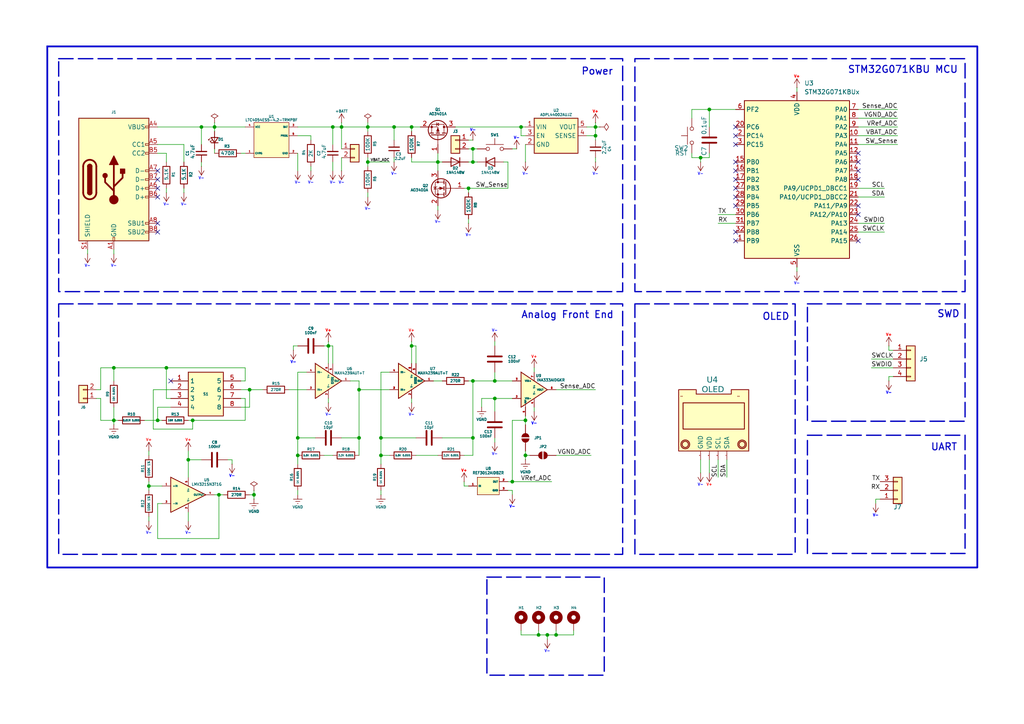
<source format=kicad_sch>
(kicad_sch (version 20250114) (generator "eeschema") (generator_version "9.0")
  (paper "A4")
  (title_block (title "Precision Digital Micro Current Meter") (date "2025-05-23") (rev "V1.1") (company "Jobit Joseph @ Semicon Media"))
  (rectangle (start 17.018 88.138) (end 180.594 160.782) (stroke (width 0.381) (type dash)))
  (rectangle (start 234.188 126.238) (end 279.908 160.528) (stroke (width 0.381) (type dash)))
  (rectangle (start 184.15 88.138) (end 230.632 160.782) (stroke (width 0.381) (type dash)))
  (rectangle (start 17.018 17.018) (end 180.594 84.582) (stroke (width 0.381) (type dash)))
  (rectangle (start 13.716 13.462) (end 283.464 164.592) (stroke (width 0.508)))
  (rectangle (start 234.188 88.138) (end 279.908 122.174) (stroke (width 0.381) (type dash)))
  (rectangle (start 184.15 17.018) (end 279.908 84.582) (stroke (width 0.381) (type dash)))
  (rectangle (start 141.224 167.386) (end 175.26 195.834) (stroke (width 0.381) (type dash)))
  (text "Power" (at 173.228 20.828 0) (effects (font (size 2.032 2.032) (thickness 0.3) (bold yes))))
  (text "STM32G071KBU MCU" (at 261.874 20.32 0) (effects (font (size 2.032 2.032) (thickness 0.3) (bold yes))))
  (text "OLED" (at 225.044 91.948 0) (effects (font (size 2.032 2.032) (thickness 0.3) (bold yes))))
  (text "UART" (at 273.812 129.794 0) (effects (font (size 2.032 2.032) (thickness 0.3) (bold yes))))
  (text "SWD" (at 275.082 91.186 0) (effects (font (size 2.032 2.032) (thickness 0.3) (bold yes))))
  (text "Analog Front End" (at 164.592 91.44 0) (effects (font (size 2.032 2.032) (thickness 0.3) (bold yes))))
  (junction (at 63.5 143.51))
  (junction (at 33.02 106.68))
  (junction (at 106.68 46.99))
  (junction (at 172.72 39.37))
  (junction (at 143.51 110.49))
  (junction (at 45.72 121.92))
  (junction (at 110.49 127))
  (junction (at 110.49 132.08))
  (junction (at 95.25 100.33))
  (junction (at 156.21 184.15))
  (junction (at 48.26 106.68))
  (junction (at 119.38 100.33))
  (junction (at 86.36 127))
  (junction (at 151.13 36.83))
  (junction (at 114.3 36.83))
  (junction (at 161.29 184.15))
  (junction (at 86.36 132.08))
  (junction (at 33.02 121.92))
  (junction (at 104.14 113.03))
  (junction (at 72.39 113.03))
  (junction (at 137.16 127))
  (junction (at 137.16 43.18))
  (junction (at 119.38 36.83))
  (junction (at 62.23 36.83))
  (junction (at 43.18 140.97))
  (junction (at 152.4 121.92))
  (junction (at 143.51 115.57))
  (junction (at 96.52 36.83))
  (junction (at 152.4 132.08))
  (junction (at 54.61 133.35))
  (junction (at 172.72 36.83))
  (junction (at 106.68 36.83))
  (junction (at 158.75 184.15))
  (junction (at 58.42 36.83))
  (junction (at 99.06 36.83))
  (junction (at 137.16 110.49))
  (junction (at 104.14 127))
  (junction (at 205.74 31.75))
  (junction (at 135.89 54.61))
  (junction (at 148.59 139.7))
  (junction (at 55.88 121.92))
  (junction (at 127 46.99))
  (junction (at 203.2 45.72))
  (junction (at 73.66 143.51))
  (junction (at 137.16 46.99))
  (no_connect (at 213.36 54.61))
  (no_connect (at 248.92 52.07))
  (no_connect (at 213.36 59.69))
  (no_connect (at 45.72 64.77))
  (no_connect (at 45.72 54.61))
  (no_connect (at 213.36 49.53))
  (no_connect (at 45.72 57.15))
  (no_connect (at 213.36 57.15))
  (no_connect (at 248.92 46.99))
  (no_connect (at 45.72 52.07))
  (no_connect (at 45.72 67.31))
  (no_connect (at 49.53 110.49))
  (no_connect (at 213.36 52.07))
  (no_connect (at 213.36 67.31))
  (no_connect (at 248.92 69.85))
  (no_connect (at 45.72 49.53))
  (no_connect (at 213.36 36.83))
  (no_connect (at 213.36 41.91))
  (no_connect (at 248.92 59.69))
  (no_connect (at 213.36 69.85))
  (no_connect (at 248.92 62.23))
  (no_connect (at 213.36 46.99))
  (no_connect (at 248.92 49.53))
  (no_connect (at 248.92 44.45))
  (no_connect (at 213.36 39.37))
  (wire (pts (xy 86.36 127) (xy 86.36 132.08)))
  (wire (pts (xy 62.23 35.56) (xy 62.23 36.83)))
  (wire (pts (xy 200.66 34.29) (xy 200.66 31.75)))
  (wire (pts (xy 151.13 184.15) (xy 156.21 184.15)))
  (wire (pts (xy 119.38 36.83) (xy 119.38 38.1)))
  (wire (pts (xy 170.18 39.37) (xy 172.72 39.37)))
  (wire (pts (xy 119.38 99.06) (xy 119.38 100.33)))
  (wire (pts (xy 96.52 100.33) (xy 95.25 100.33)))
  (wire (pts (xy 106.68 57.15) (xy 106.68 55.88)))
  (wire (pts (xy 64.77 143.51) (xy 63.5 143.51)))
  (wire (pts (xy 43.18 151.13) (xy 43.18 149.86)))
  (wire (pts (xy 83.82 113.03) (xy 88.9 113.03)))
  (wire (pts (xy 95.25 116.84) (xy 95.25 115.57)))
  (wire (pts (xy 152.4 130.81) (xy 152.4 132.08)))
  (wire (pts (xy 137.16 127) (xy 137.16 110.49)))
  (wire (pts (xy 58.42 48.26) (xy 58.42 46.99)))
  (wire (pts (xy 254 144.78) (xy 254 146.05)))
  (wire (pts (xy 86.36 143.51) (xy 86.36 142.24)))
  (wire (pts (xy 95.25 99.06) (xy 95.25 100.33)))
  (wire (pts (xy 205.74 137.16) (xy 205.74 133.35)))
  (wire (pts (xy 260.35 31.75) (xy 248.92 31.75)))
  (wire (pts (xy 137.16 43.18) (xy 135.89 43.18)))
  (wire (pts (xy 96.52 36.83) (xy 96.52 41.91)))
  (wire (pts (xy 43.18 130.81) (xy 43.18 132.08)))
  (wire (pts (xy 172.72 39.37) (xy 172.72 36.83)))
  (wire (pts (xy 205.74 44.45) (xy 205.74 45.72)))
  (wire (pts (xy 147.32 54.61) (xy 135.89 54.61)))
  (wire (pts (xy 85.09 101.6) (xy 85.09 100.33)))
  (wire (pts (xy 110.49 107.95) (xy 113.03 107.95)))
  (wire (pts (xy 72.39 113.03) (xy 72.39 118.11)))
  (wire (pts (xy 45.72 41.91) (xy 53.34 41.91)))
  (wire (pts (xy 110.49 132.08) (xy 113.03 132.08)))
  (wire (pts (xy 49.53 118.11) (xy 45.72 118.11)))
  (wire (pts (xy 62.23 43.18) (xy 62.23 44.45)))
  (wire (pts (xy 256.54 57.15) (xy 248.92 57.15)))
  (wire (pts (xy 172.72 36.83) (xy 173.99 36.83)))
  (wire (pts (xy 45.72 156.21) (xy 63.5 156.21)))
  (wire (pts (xy 104.14 113.03) (xy 113.03 113.03)))
  (wire (pts (xy 152.4 123.19) (xy 152.4 121.92)))
  (wire (pts (xy 34.29 121.92) (xy 33.02 121.92)))
  (wire (pts (xy 96.52 49.53) (xy 96.52 46.99)))
  (wire (pts (xy 119.38 36.83) (xy 121.92 36.83)))
  (wire (pts (xy 104.14 110.49) (xy 104.14 113.03)))
  (wire (pts (xy 135.89 46.99) (xy 137.16 46.99)))
  (wire (pts (xy 45.72 36.83) (xy 58.42 36.83)))
  (wire (pts (xy 43.18 139.7) (xy 43.18 140.97)))
  (wire (pts (xy 54.61 130.81) (xy 54.61 133.35)))
  (wire (pts (xy 152.4 39.37) (xy 151.13 39.37)))
  (wire (pts (xy 99.06 36.83) (xy 99.06 43.18)))
  (wire (pts (xy 33.02 110.49) (xy 33.02 106.68)))
  (wire (pts (xy 143.51 110.49) (xy 148.59 110.49)))
  (wire (pts (xy 205.74 31.75) (xy 213.36 31.75)))
  (wire (pts (xy 53.34 41.91) (xy 53.34 46.99)))
  (wire (pts (xy 72.39 113.03) (xy 76.2 113.03)))
  (wire (pts (xy 172.72 39.37) (xy 172.72 40.64)))
  (wire (pts (xy 86.36 36.83) (xy 96.52 36.83)))
  (wire (pts (xy 120.65 132.08) (xy 127 132.08)))
  (wire (pts (xy 172.72 113.03) (xy 161.29 113.03)))
  (wire (pts (xy 71.12 115.57) (xy 69.85 115.57)))
  (wire (pts (xy 104.14 127) (xy 104.14 113.03)))
  (wire (pts (xy 148.59 121.92) (xy 152.4 121.92)))
  (wire (pts (xy 33.02 106.68) (xy 48.26 106.68)))
  (wire (pts (xy 143.51 99.06) (xy 143.51 100.33)))
  (wire (pts (xy 260.35 39.37) (xy 248.92 39.37)))
  (wire (pts (xy 132.08 36.83) (xy 151.13 36.83)))
  (wire (pts (xy 147.32 139.7) (xy 148.59 139.7)))
  (wire (pts (xy 257.81 109.22) (xy 257.81 110.49)))
  (wire (pts (xy 29.21 106.68) (xy 33.02 106.68)))
  (wire (pts (xy 259.08 101.6) (xy 257.81 101.6)))
  (wire (pts (xy 147.32 142.24) (xy 148.59 142.24)))
  (wire (pts (xy 72.39 143.51) (xy 73.66 143.51)))
  (wire (pts (xy 73.66 142.24) (xy 73.66 143.51)))
  (wire (pts (xy 161.29 182.88) (xy 161.29 184.15)))
  (wire (pts (xy 48.26 44.45) (xy 45.72 44.45)))
  (wire (pts (xy 256.54 67.31) (xy 248.92 67.31)))
  (wire (pts (xy 106.68 46.99) (xy 106.68 48.26)))
  (wire (pts (xy 41.91 121.92) (xy 45.72 121.92)))
  (wire (pts (xy 86.36 107.95) (xy 86.36 127)))
  (wire (pts (xy 154.94 119.38) (xy 154.94 118.11)))
  (wire (pts (xy 256.54 64.77) (xy 248.92 64.77)))
  (wire (pts (xy 99.06 36.83) (xy 106.68 36.83)))
  (wire (pts (xy 33.02 121.92) (xy 33.02 123.19)))
  (wire (pts (xy 120.65 105.41) (xy 120.65 100.33)))
  (wire (pts (xy 95.25 100.33) (xy 95.25 105.41)))
  (wire (pts (xy 63.5 143.51) (xy 62.23 143.51)))
  (wire (pts (xy 49.53 115.57) (xy 48.26 115.57)))
  (wire (pts (xy 156.21 182.88) (xy 156.21 184.15)))
  (wire (pts (xy 45.72 146.05) (xy 45.72 156.21)))
  (wire (pts (xy 90.17 40.64) (xy 90.17 39.37)))
  (wire (pts (xy 120.65 100.33) (xy 119.38 100.33)))
  (wire (pts (xy 55.88 124.46) (xy 55.88 121.92)))
  (wire (pts (xy 127 60.96) (xy 127 59.69)))
  (wire (pts (xy 128.27 110.49) (xy 125.73 110.49)))
  (wire (pts (xy 43.18 140.97) (xy 43.18 142.24)))
  (wire (pts (xy 137.16 40.64) (xy 135.89 40.64)))
  (wire (pts (xy 119.38 116.84) (xy 119.38 115.57)))
  (wire (pts (xy 101.6 110.49) (xy 104.14 110.49)))
  (wire (pts (xy 166.37 182.88) (xy 166.37 184.15)))
  (wire (pts (xy 29.21 115.57) (xy 27.94 115.57)))
  (wire (pts (xy 200.66 45.72) (xy 203.2 45.72)))
  (wire (pts (xy 62.23 36.83) (xy 58.42 36.83)))
  (wire (pts (xy 43.18 140.97) (xy 46.99 140.97)))
  (wire (pts (xy 86.36 127) (xy 91.44 127)))
  (wire (pts (xy 54.61 133.35) (xy 54.61 138.43)))
  (wire (pts (xy 203.2 45.72) (xy 205.74 45.72)))
  (wire (pts (xy 106.68 46.99) (xy 113.03 46.99)))
  (wire (pts (xy 93.98 132.08) (xy 96.52 132.08)))
  (wire (pts (xy 143.51 115.57) (xy 143.51 119.38)))
  (wire (pts (xy 110.49 127) (xy 110.49 107.95)))
  (wire (pts (xy 208.28 138.43) (xy 208.28 133.35)))
  (wire (pts (xy 54.61 121.92) (xy 55.88 121.92)))
  (wire (pts (xy 149.86 43.18) (xy 148.59 43.18)))
  (wire (pts (xy 48.26 55.88) (xy 48.26 54.61)))
  (wire (pts (xy 137.16 110.49) (xy 135.89 110.49)))
  (wire (pts (xy 69.85 113.03) (xy 72.39 113.03)))
  (wire (pts (xy 106.68 35.56) (xy 106.68 36.83)))
  (wire (pts (xy 135.89 140.97) (xy 134.62 140.97)))
  (wire (pts (xy 166.37 184.15) (xy 161.29 184.15)))
  (wire (pts (xy 231.14 25.4) (xy 231.14 26.67)))
  (wire (pts (xy 208.28 62.23) (xy 213.36 62.23)))
  (wire (pts (xy 148.59 139.7) (xy 160.02 139.7)))
  (wire (pts (xy 138.43 43.18) (xy 137.16 43.18)))
  (wire (pts (xy 260.35 34.29) (xy 248.92 34.29)))
  (wire (pts (xy 252.73 106.68) (xy 259.08 106.68)))
  (wire (pts (xy 88.9 107.95) (xy 86.36 107.95)))
  (wire (pts (xy 110.49 132.08) (xy 110.49 134.62)))
  (wire (pts (xy 54.61 151.13) (xy 54.61 148.59)))
  (wire (pts (xy 127 46.99) (xy 128.27 46.99)))
  (wire (pts (xy 29.21 121.92) (xy 29.21 115.57)))
  (wire (pts (xy 137.16 46.99) (xy 138.43 46.99)))
  (wire (pts (xy 252.73 104.14) (xy 259.08 104.14)))
  (wire (pts (xy 200.66 44.45) (xy 200.66 45.72)))
  (wire (pts (xy 137.16 110.49) (xy 143.51 110.49)))
  (wire (pts (xy 127 46.99) (xy 127 49.53)))
  (wire (pts (xy 152.4 41.91) (xy 152.4 46.99)))
  (wire (pts (xy 104.14 132.08) (xy 104.14 127)))
  (wire (pts (xy 114.3 45.72) (xy 114.3 46.99)))
  (wire (pts (xy 205.74 36.83) (xy 205.74 31.75)))
  (wire (pts (xy 134.62 54.61) (xy 135.89 54.61)))
  (wire (pts (xy 137.16 43.18) (xy 137.16 46.99)))
  (wire (pts (xy 134.62 140.97) (xy 134.62 139.7)))
  (wire (pts (xy 110.49 132.08) (xy 110.49 127)))
  (wire (pts (xy 29.21 106.68) (xy 29.21 113.03)))
  (wire (pts (xy 99.06 45.72) (xy 99.06 49.53)))
  (wire (pts (xy 44.45 113.03) (xy 44.45 124.46)))
  (wire (pts (xy 25.4 73.66) (xy 25.4 72.39)))
  (wire (pts (xy 260.35 41.91) (xy 248.92 41.91)))
  (wire (pts (xy 148.59 121.92) (xy 148.59 139.7)))
  (wire (pts (xy 210.82 138.43) (xy 210.82 133.35)))
  (wire (pts (xy 128.27 127) (xy 137.16 127)))
  (wire (pts (xy 172.72 36.83) (xy 170.18 36.83)))
  (wire (pts (xy 69.85 44.45) (xy 71.12 44.45)))
  (wire (pts (xy 106.68 45.72) (xy 106.68 46.99)))
  (wire (pts (xy 69.85 118.11) (xy 72.39 118.11)))
  (wire (pts (xy 48.26 115.57) (xy 48.26 106.68)))
  (wire (pts (xy 53.34 55.88) (xy 53.34 54.61)))
  (wire (pts (xy 66.04 133.35) (xy 67.31 133.35)))
  (wire (pts (xy 110.49 143.51) (xy 110.49 142.24)))
  (wire (pts (xy 256.54 54.61) (xy 248.92 54.61)))
  (wire (pts (xy 46.99 146.05) (xy 45.72 146.05)))
  (wire (pts (xy 63.5 156.21) (xy 63.5 143.51)))
  (wire (pts (xy 146.05 46.99) (xy 147.32 46.99)))
  (wire (pts (xy 119.38 46.99) (xy 127 46.99)))
  (wire (pts (xy 44.45 113.03) (xy 49.53 113.03)))
  (wire (pts (xy 151.13 182.88) (xy 151.13 184.15)))
  (wire (pts (xy 158.75 184.15) (xy 158.75 185.42)))
  (wire (pts (xy 54.61 133.35) (xy 58.42 133.35)))
  (wire (pts (xy 147.32 46.99) (xy 147.32 54.61)))
  (wire (pts (xy 137.16 132.08) (xy 134.62 132.08)))
  (wire (pts (xy 45.72 121.92) (xy 46.99 121.92)))
  (wire (pts (xy 45.72 118.11) (xy 45.72 121.92)))
  (wire (pts (xy 156.21 184.15) (xy 158.75 184.15)))
  (wire (pts (xy 96.52 36.83) (xy 99.06 36.83)))
  (wire (pts (xy 86.36 44.45) (xy 86.36 49.53)))
  (wire (pts (xy 48.26 46.99) (xy 48.26 44.45)))
  (wire (pts (xy 208.28 64.77) (xy 213.36 64.77)))
  (wire (pts (xy 260.35 36.83) (xy 248.92 36.83)))
  (wire (pts (xy 44.45 124.46) (xy 55.88 124.46)))
  (wire (pts (xy 67.31 133.35) (xy 67.31 134.62)))
  (wire (pts (xy 90.17 49.53) (xy 90.17 48.26)))
  (wire (pts (xy 200.66 31.75) (xy 205.74 31.75)))
  (wire (pts (xy 139.7 118.11) (xy 139.7 115.57)))
  (wire (pts (xy 257.81 101.6) (xy 257.81 100.33)))
  (wire (pts (xy 71.12 106.68) (xy 71.12 110.49)))
  (wire (pts (xy 161.29 184.15) (xy 158.75 184.15)))
  (wire (pts (xy 203.2 45.72) (xy 203.2 46.99)))
  (wire (pts (xy 106.68 36.83) (xy 106.68 38.1)))
  (wire (pts (xy 139.7 115.57) (xy 143.51 115.57)))
  (wire (pts (xy 114.3 36.83) (xy 114.3 40.64)))
  (wire (pts (xy 143.51 127) (xy 143.51 128.27)))
  (wire (pts (xy 127 44.45) (xy 127 46.99)))
  (wire (pts (xy 33.02 121.92) (xy 33.02 118.11)))
  (wire (pts (xy 71.12 110.49) (xy 69.85 110.49)))
  (wire (pts (xy 137.16 127) (xy 137.16 132.08)))
  (wire (pts (xy 172.72 35.56) (xy 172.72 36.83)))
  (wire (pts (xy 71.12 121.92) (xy 71.12 115.57)))
  (wire (pts (xy 106.68 36.83) (xy 114.3 36.83)))
  (wire (pts (xy 96.52 105.41) (xy 96.52 100.33)))
  (wire (pts (xy 110.49 127) (xy 120.65 127)))
  (wire (pts (xy 231.14 78.74) (xy 231.14 77.47)))
  (wire (pts (xy 29.21 113.03) (xy 27.94 113.03)))
  (wire (pts (xy 58.42 36.83) (xy 58.42 41.91)))
  (wire (pts (xy 119.38 45.72) (xy 119.38 46.99)))
  (wire (pts (xy 86.36 39.37) (xy 90.17 39.37)))
  (wire (pts (xy 151.13 39.37) (xy 151.13 36.83)))
  (wire (pts (xy 143.51 107.95) (xy 143.51 110.49)))
  (wire (pts (xy 55.88 121.92) (xy 71.12 121.92)))
  (wire (pts (xy 93.98 100.33) (xy 95.25 100.33)))
  (wire (pts (xy 135.89 54.61) (xy 135.89 55.88)))
  (wire (pts (xy 48.26 106.68) (xy 71.12 106.68)))
  (wire (pts (xy 62.23 36.83) (xy 62.23 38.1)))
  (wire (pts (xy 171.45 132.08) (xy 161.29 132.08)))
  (wire (pts (xy 99.06 35.56) (xy 99.06 36.83)))
  (wire (pts (xy 154.94 106.68) (xy 154.94 107.95)))
  (wire (pts (xy 151.13 36.83) (xy 152.4 36.83)))
  (wire (pts (xy 86.36 132.08) (xy 86.36 134.62)))
  (wire (pts (xy 135.89 64.77) (xy 135.89 63.5)))
  (wire (pts (xy 152.4 121.92) (xy 152.4 120.65)))
  (wire (pts (xy 119.38 100.33) (xy 119.38 105.41)))
  (wire (pts (xy 152.4 132.08) (xy 152.4 133.35)))
  (wire (pts (xy 73.66 143.51) (xy 73.66 144.78)))
  (wire (pts (xy 99.06 127) (xy 104.14 127)))
  (wire (pts (xy 148.59 142.24) (xy 148.59 143.51)))
  (wire (pts (xy 259.08 109.22) (xy 257.81 109.22)))
  (wire (pts (xy 85.09 100.33) (xy 86.36 100.33)))
  (wire (pts (xy 255.27 144.78) (xy 254 144.78)))
  (wire (pts (xy 33.02 73.66) (xy 33.02 72.39)))
  (wire (pts (xy 143.51 115.57) (xy 148.59 115.57)))
  (wire (pts (xy 62.23 36.83) (xy 71.12 36.83)))
  (wire (pts (xy 203.2 133.35) (xy 203.2 137.16)))
  (wire (pts (xy 29.21 121.92) (xy 33.02 121.92)))
  (wire (pts (xy 114.3 36.83) (xy 119.38 36.83)))
  (wire (pts (xy 152.4 132.08) (xy 153.67 132.08)))
  (wire (pts (xy 172.72 45.72) (xy 172.72 46.99)))
  (label "VRef_ADC" (at 260.35 36.83 180))
  (label "SWCLK" (at 252.73 104.14 0))
  (label "SWCLK" (at 256.54 67.31 180))
  (label "VGND_ADC" (at 171.45 132.08 180))
  (label "Sense_ADC" (at 260.35 31.75 180))
  (label "VBAT_ADC" (at 113.03 46.99 180) (effects (font (size 0.762 0.762))))
  (label "RX" (at 208.28 64.77 0))
  (label "RX" (at 255.27 142.24 180))
  (label "Sense_ADC" (at 172.72 113.03 180))
  (label "SCL" (at 208.28 138.43 90))
  (label "SWDIO" (at 252.73 106.68 0))
  (label "SW_Sense" (at 260.35 41.91 180))
  (label "VBAT_ADC" (at 260.35 39.37 180))
  (label "SWDIO" (at 256.54 64.77 180))
  (label "TX" (at 255.27 139.7 180))
  (label "TX" (at 208.28 62.23 0))
  (label "SDA" (at 256.54 57.15 180))
  (label "SCL" (at 256.54 54.61 180))
  (label "SDA" (at 210.82 138.43 90))
  (label "VRef_ADC" (at 160.02 139.7 180))
  (label "VGND_ADC" (at 260.35 34.29 180))
  (label "SW_Sense" (at 147.32 54.61 180))
  (symbol (lib_id "power:VCC") (at 43.18 151.13 180) (unit 1)
    (property "Reference" "#PWR0102" (effects (hide yes)))
    (property "Value" "V-" (at 43.18 154.432 0) (effects (font (size 0.762 0.762) (thickness 0.1524) (bold yes))))
    (property "Description" "Power symbol creates a global label with name \"VCC\"" (effects (hide yes)))
  )
  (symbol (lib_id "Connector_Generic:Conn_01x04") (at 264.16 104.14 0) (unit 1)
    (property "Reference" "J5" (at 266.7 104.1399 0) (effects (justify left)))
    (property "Value" "Conn_01x04" (effects (hide yes)))
    (property "Footprint" "Connector_PinHeader_2.54mm:PinHeader_1x04_P2.54mm_Vertical" (effects (hide yes)))
    (property "Description" "Generic connector, single row, 01x04, script generated (kicad-library-utils/schlib/autogen/connector/)" (effects (hide yes)))
  )
  (symbol (lib_id "Device:R") (at 68.58 143.51 90) (unit 1)
    (property "Reference" "R14" (at 68.58 141.732 90) (effects (font (size 0.762 0.762))))
    (property "Value" "270R" (at 68.58 143.51 90) (effects (font (size 0.762 0.762))))
    (property "Footprint" "Resistor_SMD:R_0603_1608Metric" (effects (hide yes)))
    (property "Description" "Resistor" (effects (hide yes)))
  )
  (symbol (lib_id "power:PWR_FLAG") (at 106.68 35.56 0) (unit 1)
    (property "Reference" "#FLG0103" (effects (hide yes)))
    (property "Value" "PWR_FLAG" (effects (hide yes)))
    (property "Description" "Special symbol for telling ERC where power comes from" (effects (hide yes)))
  )
  (symbol (lib_id "power:VCC") (at 158.75 185.42 180) (unit 1)
    (property "Reference" "#PWR0148" (effects (hide yes)))
    (property "Value" "V-" (at 158.75 188.722 0) (effects (font (size 0.762 0.762) (thickness 0.1524) (bold yes))))
    (property "Description" "Power symbol creates a global label with name \"VCC\"" (effects (hide yes)))
  )
  (symbol (lib_id "Device:R") (at 43.18 146.05 180) (unit 1)
    (property "Reference" "R12" (at 41.402 146.05 90) (effects (font (size 0.762 0.762))))
    (property "Value" "100K 1%" (at 43.18 146.05 90) (effects (font (size 0.635 0.635))))
    (property "Footprint" "Resistor_SMD:R_0603_1608Metric" (effects (hide yes)))
    (property "Description" "Resistor" (effects (hide yes)))
  )
  (symbol (lib_id "Device:R") (at 106.68 52.07 180) (unit 1)
    (property "Reference" "R6" (at 108.712 51.054 90) (effects (font (size 0.762 0.762)) (justify left)))
    (property "Value" "100K" (at 106.68 50.038 90) (effects (font (size 1 1)) (justify left)))
    (property "Footprint" "Resistor_SMD:R_0603_1608Metric" (effects (hide yes)))
    (property "Description" "Resistor" (effects (hide yes)))
  )
  (symbol (lib_id "power:VCC") (at 134.62 139.7 0) (unit 1)
    (property "Reference" "#PWR0110" (effects (hide yes)))
    (property "Value" "V+" (at 134.62 136.398 0) (effects (font (size 0.762 0.762) (thickness 0.1524) (bold yes))))
    (property "Description" "Power symbol creates a global label with name \"VCC\"" (effects (hide yes)))
  )
  (symbol (lib_name "Conn_01x02_1") (lib_id "Connector_Generic:Conn_01x02") (at 132.08 40.64 0) (mirror y) (unit 1)
    (property "Reference" "J3" (at 132.08 38.1 0) (effects (font (size 0.762 0.762))))
    (property "Value" "Conn_01x02" (effects (hide yes)))
    (property "Footprint" "Connector_JST:JST_PH_B2B-PH-K_1x02_P2.00mm_Vertical" (effects (hide yes)))
    (property "Description" "Generic connector, single row, 01x02, script generated (kicad-library-utils/schlib/autogen/connector/)" (effects (hide yes)))
  )
  (symbol (lib_id "Device:C_Small") (at 114.3 43.18 0) (mirror x) (unit 1)
    (property "Reference" "C3" (at 115.57 44.704 0) (effects (font (size 0.762 0.762))))
    (property "Value" "2.2uF" (at 116.078 45.974 0) (effects (font (size 0.762 0.762))))
    (property "Footprint" "Capacitor_SMD:C_0603_1608Metric" (effects (hide yes)))
    (property "Description" "Unpolarized capacitor, small symbol" (effects (hide yes)))
  )
  (symbol (lib_id "REF3012AIDBZR:REF3012AIDBZR") (at 135.89 140.97 0) (unit 1)
    (property "Reference" "U8" (at 141.605 135.89 0) (effects (font (size 0.762 0.762))))
    (property "Value" "REF3012AIDBZR" (at 141.605 137.16 0) (effects (font (size 0.762 0.762))))
    (property "Footprint" "REF3012AIDBZR:DBZ3" (effects (hide yes)))
    (property "Datasheet" "REF3012AIDBZR" (effects (hide yes)))
  )
  (symbol (lib_id "Device:R") (at 135.89 59.69 180) (unit 1)
    (property "Reference" "R8" (at 137.922 58.674 90) (effects (font (size 0.762 0.762)) (justify left)))
    (property "Value" "100K" (at 135.89 57.658 90) (effects (font (size 1 1)) (justify left)))
    (property "Footprint" "Resistor_SMD:R_0603_1608Metric" (effects (hide yes)))
    (property "Description" "Resistor" (effects (hide yes)))
  )
  (symbol (lib_name "Conn_01x02_1") (lib_id "Connector_Generic:Conn_01x02") (at 24.13 115.57 180) (unit 1)
    (property "Reference" "J6" (at 24.13 118.11 0) (effects (font (size 0.762 0.762))))
    (property "Value" "Conn_01x02" (effects (hide yes)))
    (property "Footprint" "BananaPlug:Banana_Jack_2Pin" (effects (hide yes)))
    (property "Description" "Generic connector, single row, 01x02, script generated (kicad-library-utils/schlib/autogen/connector/)" (effects (hide yes)))
  )
  (symbol (lib_id "Device:R") (at 53.34 50.8 180) (unit 1)
    (property "Reference" "R2" (at 55.372 49.784 90) (effects (font (size 0.762 0.762)) (justify left)))
    (property "Value" "5.1K" (at 53.34 48.768 90) (effects (font (size 1 1)) (justify left)))
    (property "Footprint" "Resistor_SMD:R_0603_1608Metric" (effects (hide yes)))
    (property "Description" "Resistor" (effects (hide yes)))
  )
  (symbol (lib_id "Device:C") (at 143.51 104.14 180) (unit 1)
    (property "Reference" "C12" (at 147.32 103.505 0) (effects (font (size 0.762 0.762)) (justify right)))
    (property "Value" "100nF" (at 147.32 104.775 0) (effects (font (size 0.762 0.762)) (justify right)))
    (property "Footprint" "Capacitor_SMD:C_0603_1608Metric" (effects (hide yes)))
    (property "Description" "Unpolarized capacitor" (effects (hide yes)))
  )
  (symbol (lib_id "power:VCC") (at 205.74 137.16 180) (unit 1)
    (property "Reference" "#PWR0128" (effects (hide yes)))
    (property "Value" "V+" (at 205.74 140.462 0) (effects (font (size 0.762 0.762) (thickness 0.1524) (bold yes))))
    (property "Description" "Power symbol creates a global label with name \"VCC\"" (effects (hide yes)))
  )
  (symbol (lib_id "Device:R") (at 119.38 41.91 180) (unit 1)
    (property "Reference" "R7" (at 121.412 40.894 90) (effects (font (size 0.762 0.762)) (justify left)))
    (property "Value" "100K" (at 119.38 39.878 90) (effects (font (size 1 1)) (justify left)))
    (property "Footprint" "Resistor_SMD:R_0603_1608Metric" (effects (hide yes)))
    (property "Description" "Resistor" (effects (hide yes)))
  )
  (symbol (lib_id "Jumper:SolderJumper_2_Open") (at 152.4 127 90) (unit 1)
    (property "Reference" "JP1" (at 154.94 127 90) (effects (font (size 0.762 0.762)) (justify right)))
    (property "Value" "SolderJumper_2_Open" (effects (hide yes)))
    (property "Footprint" "Jumper:SolderJumper-2_P1.3mm_Open_TrianglePad1.0x1.5mm" (effects (hide yes)))
    (property "Description" "Solder Jumper, 2-pole, open" (effects (hide yes)))
  )
  (symbol (lib_id "Device:C") (at 95.25 127 90) (unit 1)
    (property "Reference" "C10" (at 95.25 122.682 90) (effects (font (size 0.762 0.762))))
    (property "Value" "10pF" (at 95.25 123.952 90) (effects (font (size 0.762 0.762))))
    (property "Footprint" "Capacitor_SMD:C_0603_1608Metric" (effects (hide yes)))
    (property "Description" "Unpolarized capacitor" (effects (hide yes)))
  )
  (symbol (lib_id "Device:R") (at 86.36 138.43 180) (unit 1)
    (property "Reference" "R16" (at 84.582 138.43 90) (effects (font (size 0.762 0.762))))
    (property "Value" "1K 0.05%" (at 86.36 138.43 90) (effects (font (size 0.508 0.508))))
    (property "Footprint" "Resistor_SMD:R_0603_1608Metric" (effects (hide yes)))
    (property "Description" "Resistor" (effects (hide yes)))
  )
  (symbol (lib_id "power:VCC") (at 203.2 46.99 180) (unit 1)
    (property "Reference" "#PWR0146" (effects (hide yes)))
    (property "Value" "V-" (at 203.2 50.292 0) (effects (font (size 0.762 0.762) (thickness 0.1524) (bold yes))))
    (property "Description" "Power symbol creates a global label with name \"VCC\"" (effects (hide yes)))
  )
  (symbol (lib_id "Device:C_Small") (at 172.72 43.18 0) (mirror x) (unit 1)
    (property "Reference" "C4" (at 176.784 43.18 90) (effects (font (size 0.762 0.762))))
    (property "Value" "2.2uF" (at 175.26 42.672 90) (effects (font (size 1 1))))
    (property "Footprint" "Capacitor_SMD:C_0603_1608Metric" (effects (hide yes)))
    (property "Description" "Unpolarized capacitor, small symbol" (effects (hide yes)))
  )
  (symbol (lib_id "Device:R") (at 100.33 132.08 90) (unit 1)
    (property "Reference" "R18" (at 100.33 130.302 90) (effects (font (size 0.762 0.762))))
    (property "Value" "2.2K 0.05%" (at 100.33 132.08 90) (effects (font (size 0.508 0.508))))
    (property "Footprint" "Resistor_SMD:R_0603_1608Metric" (effects (hide yes)))
    (property "Description" "Resistor" (effects (hide yes)))
  )
  (symbol (lib_id "Connector_Generic:Conn_01x02") (at 102.87 43.18 0) (unit 1)
    (property "Reference" "J2" (effects (hide yes)))
    (property "Value" "B2B-PH-SM4-TB(LF)(SN)" (effects (hide yes)))
    (property "Footprint" "Connector_JST:JST_PH_B2B-PH-K_1x02_P2.00mm_Vertical" (effects (hide yes)))
    (property "DigiKey Part Number" "455-1704-ND" (effects (hide yes)))
    (property "DigiKey Link" "https://www.digikey.in/en/products/detail/jst-sales-america-inc/B2B-PH-K-S/926611" (effects (hide yes)))
    (property "Manufacturer" "JST Sales America Inc." (effects (hide yes)))
    (property "Manufacturer Product Number" "B2B-PH-K-S" (effects (hide yes)))
  )
  (symbol (lib_id "power:VCC") (at 54.61 151.13 180) (unit 1)
    (property "Reference" "#PWR0104" (effects (hide yes)))
    (property "Value" "V-" (at 54.61 154.432 0) (effects (font (size 0.762 0.762) (thickness 0.1524) (bold yes))))
    (property "Description" "Power symbol creates a global label with name \"VCC\"" (effects (hide yes)))
  )
  (symbol (lib_id "power:VCC") (at 148.59 143.51 180) (unit 1)
    (property "Reference" "#PWR0107" (effects (hide yes)))
    (property "Value" "V-" (at 148.59 146.812 0) (effects (font (size 0.762 0.762) (thickness 0.1524) (bold yes))))
    (property "Description" "Power symbol creates a global label with name \"VCC\"" (effects (hide yes)))
  )
  (symbol (lib_id "Device:C_Small") (at 58.42 44.45 180) (unit 1)
    (property "Reference" "C1" (at 54.356 44.45 90) (effects (font (size 0.762 0.762))))
    (property "Value" "4.7uF" (at 55.88 43.942 90) (effects (font (size 1 1))))
    (property "Footprint" "Capacitor_SMD:C_0603_1608Metric" (effects (hide yes)))
    (property "Description" "Unpolarized capacitor, small symbol" (effects (hide yes)))
  )
  (symbol (lib_id "power:VCC") (at 67.31 134.62 180) (unit 1)
    (property "Reference" "#PWR0103" (effects (hide yes)))
    (property "Value" "V-" (at 67.31 137.922 0) (effects (font (size 0.762 0.762) (thickness 0.1524) (bold yes))))
    (property "Description" "Power symbol creates a global label with name \"VCC\"" (effects (hide yes)))
  )
  (symbol (lib_id "power:VCC") (at 254 146.05 0) (mirror x) (unit 1)
    (property "Reference" "#PWR0151" (effects (hide yes)))
    (property "Value" "V-" (at 254 149.352 0) (effects (font (size 0.762 0.762) (thickness 0.1524) (bold yes))))
    (property "Description" "Power symbol creates a global label with name \"VCC\"" (effects (hide yes)))
  )
  (symbol (lib_id "Device:R") (at 38.1 121.92 90) (unit 1)
    (property "Reference" "R10" (at 38.1 120.142 90) (effects (font (size 0.762 0.762))))
    (property "Value" "0.01R 0.05%" (at 38.1 121.92 90) (effects (font (size 0.508 0.508))))
    (property "Footprint" "Resistor_SMD:R_2512_6332Metric" (effects (hide yes)))
    (property "Description" "Resistor" (effects (hide yes)))
  )
  (symbol (lib_id "Device:R") (at 90.17 44.45 0) (mirror x) (unit 1)
    (property "Reference" "R4" (at 88.138 43.434 90) (effects (font (size 0.762 0.762)) (justify left)))
    (property "Value" "2K" (at 90.17 43.434 90) (effects (font (size 1 1)) (justify left)))
    (property "Footprint" "Resistor_SMD:R_0603_1608Metric" (effects (hide yes)))
    (property "Description" "Resistor" (effects (hide yes)))
  )
  (symbol (lib_id "Connector:USB_C_Receptacle_USB2.0_16P") (at 33.02 52.07 0) (unit 1)
    (property "Reference" "J1" (at 33.02 32.512 0) (effects (font (size 0.762 0.762))))
    (property "Value" "USB_C_Receptacle_USB2.0_16P" (effects (hide yes)))
    (property "Footprint" "Connector_USB:USB_C_Receptacle_Palconn_UTC16-G" (effects (hide yes)))
    (property "Datasheet" "https://www.usb.org/sites/default/files/documents/usb_type-c.zip" (effects (hide yes)))
    (property "Description" "USB 2.0-only 16P Type-C Receptacle connector" (effects (hide yes)))
  )
  (symbol (lib_id "OLED:OLED-SSD1306-128X64-I2C") (at 207.01 124.46 0) (unit 1)
    (property "Reference" "U4" (at 204.978 110.236 0) (effects (font (size 1.6891 1.6891)) (justify left)))
    (property "Value" "OLED" (at 203.454 113.03 0) (effects (font (size 1.6891 1.6891)) (justify left)))
    (property "Footprint" "OLED:MODULE_DM-OLED096-636" (effects (hide yes)))
  )
  (symbol (lib_id "power:PWR_FLAG") (at 62.23 35.56 0) (unit 1)
    (property "Reference" "#FLG0102" (effects (hide yes)))
    (property "Value" "PWR_FLAG" (effects (hide yes)))
    (property "Description" "Special symbol for telling ERC where power comes from" (effects (hide yes)))
  )
  (symbol (lib_id "Device:R") (at 33.02 114.3 180) (unit 1)
    (property "Reference" "R9" (at 31.242 114.3 90) (effects (font (size 0.762 0.762))))
    (property "Value" "10K 0.05%" (at 33.02 114.3 90) (effects (font (size 0.508 0.508))))
    (property "Footprint" "Resistor_SMD:R_0805_2012Metric" (effects (hide yes)))
    (property "Description" "Resistor" (effects (hide yes)))
  )
  (symbol (lib_id "INA333AIDGKR:INA333AIDGKR") (at 151.13 113.03 0) (unit 1)
    (property "Reference" "U9" (at 156.21 108.966 0) (effects (font (size 0.762 0.762))))
    (property "Value" "INA333AIDGKR" (at 159.766 110.236 0) (effects (font (size 0.762 0.762))))
    (property "Footprint" "INA333AIDGKR:SOP65P490X110-8N" (effects (hide yes)))
  )
  (symbol (lib_id "Device:R") (at 110.49 138.43 180) (unit 1)
    (property "Reference" "R19" (at 108.712 138.43 90) (effects (font (size 0.762 0.762))))
    (property "Value" "1K 0.05%" (at 110.49 138.43 90) (effects (font (size 0.508 0.508))))
    (property "Footprint" "Resistor_SMD:R_0603_1608Metric" (effects (hide yes)))
    (property "Description" "Resistor" (effects (hide yes)))
  )
  (symbol (lib_id "Device:R") (at 80.01 113.03 90) (unit 1)
    (property "Reference" "R15" (at 80.01 111.252 90) (effects (font (size 0.762 0.762))))
    (property "Value" "270R" (at 80.01 113.03 90) (effects (font (size 0.762 0.762))))
    (property "Footprint" "Resistor_SMD:R_0603_1608Metric" (effects (hide yes)))
    (property "Description" "Resistor" (effects (hide yes)))
  )
  (symbol (lib_id "power:VCC") (at 86.36 49.53 180) (unit 1)
    (property "Reference" "#PWR0131" (effects (hide yes)))
    (property "Value" "V-" (at 86.36 52.832 0) (effects (font (size 0.762 0.762) (thickness 0.1524) (bold yes))))
    (property "Description" "Power symbol creates a global label with name \"VCC\"" (effects (hide yes)))
  )
  (symbol (lib_id "power:GNDREF") (at 73.66 144.78 0) (unit 1)
    (property "Reference" "#PWR0106" (effects (hide yes)))
    (property "Value" "VGND" (at 73.66 148.336 0) (effects (font (size 0.762 0.762) (thickness 0.1524) (bold yes))))
    (property "Description" "Power symbol creates a global label with name \"GNDREF\" , reference supply ground" (effects (hide yes)))
  )
  (symbol (lib_id "power:VCC") (at 143.51 128.27 180) (unit 1)
    (property "Reference" "#PWR0109" (effects (hide yes)))
    (property "Value" "V-" (at 143.51 131.572 0) (effects (font (size 0.762 0.762) (thickness 0.1524) (bold yes))))
    (property "Description" "Power symbol creates a global label with name \"VCC\"" (effects (hide yes)))
  )
  (symbol (lib_id "power:VCC") (at 135.89 64.77 180) (unit 1)
    (property "Reference" "#PWR0125" (effects (hide yes)))
    (property "Value" "V-" (at 135.89 68.072 0) (effects (font (size 0.762 0.762) (thickness 0.1524) (bold yes))))
    (property "Description" "Power symbol creates a global label with name \"VCC\"" (effects (hide yes)))
  )
  (symbol (lib_id "LTC4054:LTC4054ES5-4.2-TRMPBF") (at 71.12 36.83 0) (unit 1)
    (property "Reference" "U1" (at 78.74 33.782 0) (effects (font (size 0.762 0.762))))
    (property "Value" "LTC4054ES5-4.2-TRMPBF" (at 78.74 34.798 0) (effects (font (size 0.762 0.762))))
    (property "Footprint" "LTC4054ES5_4_2_TRMPBF:S_5_ADI" (effects (hide yes)))
    (property "Datasheet" "LTC4054ES5-4.2-TRMPBF" (effects (hide yes)))
  )
  (symbol (lib_id "power:VCC") (at 96.52 49.53 180) (unit 1)
    (property "Reference" "#PWR0132" (effects (hide yes)))
    (property "Value" "V-" (at 96.52 52.832 0) (effects (font (size 0.762 0.762) (thickness 0.1524) (bold yes))))
    (property "Description" "Power symbol creates a global label with name \"VCC\"" (effects (hide yes)))
  )
  (symbol (lib_id "MAX4239AUT+T:MAX4239AUT+T") (at 115.57 110.49 0) (unit 1)
    (property "Reference" "U7" (at 125.476 106.934 0) (effects (font (size 0.762 0.762))))
    (property "Value" "MAX4239AUT+T" (at 125.476 108.204 0) (effects (font (size 0.762 0.762))))
    (property "Footprint" "MAX4239AUT+T:SOT95P280X145-6N" (effects (hide yes)))
    (property "Datasheet" "https://datasheets.maximintegrated.com/en/ds/MAX4238-MAX4239.pdf" (effects (hide yes)))
    (property "Description" "MAXIM INTEGRATED PRODUCTS - MAX4239AUT+T - OP AMP, 6.5MHZ, 1.6V/US, SOT23-6" (effects (hide yes)))
    (property "Height" "1.45" (effects (hide yes)))
    (property "Mouser Part Number" "700-MAX4239AUT+T" (effects (hide yes)))
    (property "Mouser Price/Stock" "https://www.mouser.co.uk/ProductDetail/Analog-Devices-Maxim-Integrated/MAX4239AUT%2bT?qs=Mc2rGIXtnyWh0Jhb9STGCw%3D%3D" (effects (hide yes)))
    (property "Manufacturer_Name" "Analog Devices" (effects (hide yes)))
    (property "Manufacturer_Part_Number" "MAX4239AUT+T" (effects (hide yes)))
  )
  (symbol (lib_id "power:VCC") (at 85.09 101.6 180) (unit 1)
    (property "Reference" "#PWR0119" (effects (hide yes)))
    (property "Value" "V-" (at 85.09 104.902 0) (effects (font (size 0.762 0.762) (thickness 0.1524) (bold yes))))
    (property "Description" "Power symbol creates a global label with name \"VCC\"" (effects (hide yes)))
  )
  (symbol (lib_id "power:VCC") (at 90.17 49.53 180) (unit 1)
    (property "Reference" "#PWR0134" (effects (hide yes)))
    (property "Value" "V-" (at 90.17 52.832 0) (effects (font (size 0.762 0.762) (thickness 0.1524) (bold yes))))
    (property "Description" "Power symbol creates a global label with name \"VCC\"" (effects (hide yes)))
  )
  (symbol (lib_id "power:VCC") (at 143.51 99.06 0) (unit 1)
    (property "Reference" "#PWR0115" (effects (hide yes)))
    (property "Value" "V-" (at 143.51 95.758 0) (effects (font (size 0.762 0.762) (thickness 0.1524) (bold yes))))
    (property "Description" "Power symbol creates a global label with name \"VCC\"" (effects (hide yes)))
  )
  (symbol (lib_id "Device:R") (at 90.17 132.08 90) (unit 1)
    (property "Reference" "R17" (at 90.17 130.302 90) (effects (font (size 0.762 0.762))))
    (property "Value" "6.8K 0.05%" (at 90.17 132.08 90) (effects (font (size 0.508 0.508))))
    (property "Footprint" "Resistor_SMD:R_0603_1608Metric" (effects (hide yes)))
    (property "Description" "Resistor" (effects (hide yes)))
  )
  (symbol (lib_id "power:VCC") (at 203.2 137.16 180) (unit 1)
    (property "Reference" "#PWR0129" (effects (hide yes)))
    (property "Value" "V-" (at 203.2 140.462 0) (effects (font (size 0.762 0.762) (thickness 0.1524) (bold yes))))
    (property "Description" "Power symbol creates a global label with name \"VCC\"" (effects (hide yes)))
  )
  (symbol (lib_id "Switch:SW_Push") (at 200.66 39.37 90) (unit 1)
    (property "Reference" "SW2" (at 197.612 42.926 90))
    (property "Value" "RST" (at 197.612 44.45 90))
    (property "Footprint" "3x4x2:Tactile 3x4x2mm TS-A010" (effects (hide yes)))
    (property "Description" "Push button switch, generic, two pins" (effects (hide yes)))
  )
  (symbol (lib_id "Switch:SW_Push") (at 143.51 43.18 0) (unit 1)
    (property "Reference" "SW1" (at 143.51 39.116 0) (effects (font (size 0.762 0.762))))
    (property "Value" "SW_Push" (effects (hide yes)))
    (property "Footprint" "Button_Switch_THT:SW_PUSH_6mm" (effects (hide yes)))
    (property "Description" "Push button switch, generic, two pins" (effects (hide yes)))
  )
  (symbol (lib_id "Device:R") (at 66.04 44.45 270) (unit 1)
    (property "Reference" "R3" (at 65.024 42.418 90) (effects (font (size 0.762 0.762)) (justify left)))
    (property "Value" "470R" (at 64.008 44.45 90) (effects (font (size 1 1)) (justify left)))
    (property "Footprint" "Resistor_SMD:R_0603_1608Metric" (effects (hide yes)))
    (property "Description" "Resistor" (effects (hide yes)))
  )
  (symbol (lib_id "power:GNDREF") (at 139.7 118.11 0) (unit 1)
    (property "Reference" "#PWR0108" (effects (hide yes)))
    (property "Value" "VGND" (at 139.7 121.666 0) (effects (font (size 0.762 0.762) (thickness 0.1524) (bold yes))))
    (property "Description" "Power symbol creates a global label with name \"GNDREF\" , reference supply ground" (effects (hide yes)))
  )
  (symbol (lib_id "power:PWR_FLAG") (at 173.99 36.83 270) (unit 1)
    (property "Reference" "#FLG0104" (effects (hide yes)))
    (property "Value" "PWR_FLAG" (effects (hide yes)))
    (property "Description" "Special symbol for telling ERC where power comes from" (effects (hide yes)))
  )
  (symbol (lib_id "power:VCC") (at 114.3 46.99 180) (unit 1)
    (property "Reference" "#PWR0135" (effects (hide yes)))
    (property "Value" "V-" (at 114.3 50.292 0) (effects (font (size 0.762 0.762) (thickness 0.1524) (bold yes))))
    (property "Description" "Power symbol creates a global label with name \"VCC\"" (effects (hide yes)))
  )
  (symbol (lib_id "power:VCC") (at 137.16 40.64 0) (unit 1)
    (property "Reference" "#PWR0140" (effects (hide yes)))
    (property "Value" "V-" (at 137.16 37.592 0) (effects (font (size 0.762 0.762) (thickness 0.1524) (bold yes))))
    (property "Description" "Power symbol creates a global label with name \"VCC\"" (effects (hide yes)))
  )
  (symbol (lib_id "power:GNDREF") (at 33.02 123.19 0) (unit 1)
    (property "Reference" "#PWR0150" (effects (hide yes)))
    (property "Value" "VGND" (at 33.02 126.746 0) (effects (font (size 0.762 0.762) (thickness 0.1524) (bold yes))))
    (property "Description" "Power symbol creates a global label with name \"GNDREF\" , reference supply ground" (effects (hide yes)))
  )
  (symbol (lib_id "Device:R") (at 132.08 110.49 90) (unit 1)
    (property "Reference" "R22" (at 132.08 108.712 90) (effects (font (size 0.762 0.762))))
    (property "Value" "270R" (at 132.08 110.49 90) (effects (font (size 0.762 0.762))))
    (property "Footprint" "Resistor_SMD:R_0603_1608Metric" (effects (hide yes)))
    (property "Description" "Resistor" (effects (hide yes)))
  )
  (symbol (lib_id "power:+BATT") (at 99.06 35.56 0) (unit 1)
    (property "Reference" "#PWR0130" (effects (hide yes)))
    (property "Value" "+BATT" (at 99.06 32.258 0) (effects (font (size 0.762 0.762))))
    (property "Description" "Power symbol creates a global label with name \"+BATT\"" (effects (hide yes)))
  )
  (symbol (lib_id "Device:R") (at 130.81 132.08 90) (unit 1)
    (property "Reference" "R21" (at 130.81 130.302 90) (effects (font (size 0.762 0.762))))
    (property "Value" "2.2K 0.05%" (at 130.81 132.08 90) (effects (font (size 0.508 0.508))))
    (property "Footprint" "Resistor_SMD:R_0603_1608Metric" (effects (hide yes)))
    (property "Description" "Resistor" (effects (hide yes)))
  )
  (symbol (lib_id "power:VCC") (at 149.86 43.18 0) (unit 1)
    (property "Reference" "#PWR0138" (effects (hide yes)))
    (property "Value" "V-" (at 149.86 39.878 0) (effects (font (size 0.762 0.762) (thickness 0.1524) (bold yes))))
    (property "Description" "Power symbol creates a global label with name \"VCC\"" (effects (hide yes)))
  )
  (symbol (lib_id "Mechanical:MountingHole_Pad") (at 166.37 180.34 0) (unit 1) (in_bom no)
    (property "Reference" "H4" (at 165.608 176.276 0) (effects (font (size 0.762 0.762)) (justify left)))
    (property "Value" "MountingHole_Pad" (effects (hide yes)))
    (property "Footprint" "MountingHole:MountingHole_2.5mm_Pad" (effects (hide yes)))
    (property "Description" "Mounting Hole with connection" (effects (hide yes)))
  )
  (symbol (lib_id "power:VCC") (at 127 60.96 180) (unit 1)
    (property "Reference" "#PWR0124" (effects (hide yes)))
    (property "Value" "V-" (at 127 64.262 0) (effects (font (size 0.762 0.762) (thickness 0.1524) (bold yes))))
    (property "Description" "Power symbol creates a global label with name \"VCC\"" (effects (hide yes)))
  )
  (symbol (lib_id "Jumper:SolderJumper_2_Open") (at 157.48 132.08 180) (unit 1)
    (property "Reference" "JP2" (at 157.48 129.54 0) (effects (font (size 0.762 0.762))))
    (property "Value" "SolderJumper_2_Open" (effects (hide yes)))
    (property "Footprint" "Jumper:SolderJumper-2_P1.3mm_Open_TrianglePad1.0x1.5mm" (effects (hide yes)))
    (property "Description" "Solder Jumper, 2-pole, open" (effects (hide yes)))
  )
  (symbol (lib_id "power:VCC") (at 257.81 110.49 180) (unit 1)
    (property "Reference" "#PWR0127" (effects (hide yes)))
    (property "Value" "V-" (at 257.81 113.792 0) (effects (font (size 0.762 0.762) (thickness 0.1524) (bold yes))))
    (property "Description" "Power symbol creates a global label with name \"VCC\"" (effects (hide yes)))
  )
  (symbol (lib_id "Device:LED_Small") (at 62.23 40.64 90) (unit 1)
    (property "Reference" "D1" (at 63.246 40.386 90) (effects (font (size 0.762 0.762)) (justify right)))
    (property "Value" "LED_Small" (effects (hide yes)))
    (property "Footprint" "LED_SMD:LED_0603_1608Metric" (effects (hide yes)))
    (property "Description" "Light emitting diode, small symbol" (effects (hide yes)))
    (property "Sim.Pin" "1=K 2=A" (effects (hide yes)))
  )
  (symbol (lib_id "power:VCC") (at 53.34 55.88 180) (unit 1)
    (property "Reference" "#PWR0142" (effects (hide yes)))
    (property "Value" "V-" (at 53.34 59.182 0) (effects (font (size 0.762 0.762) (thickness 0.1524) (bold yes))))
    (property "Description" "Power symbol creates a global label with name \"VCC\"" (effects (hide yes)))
  )
  (symbol (lib_id "Device:R") (at 106.68 41.91 180) (unit 1)
    (property "Reference" "R5" (at 108.712 40.894 90) (effects (font (size 0.762 0.762)) (justify left)))
    (property "Value" "100K" (at 106.68 39.878 90) (effects (font (size 1 1)) (justify left)))
    (property "Footprint" "Resistor_SMD:R_0603_1608Metric" (effects (hide yes)))
    (property "Description" "Resistor" (effects (hide yes)))
  )
  (symbol (lib_id "power:VCC") (at 54.61 130.81 0) (unit 1)
    (property "Reference" "#PWR0105" (effects (hide yes)))
    (property "Value" "V+" (at 54.61 127.508 0) (effects (font (size 0.762 0.762) (thickness 0.1524) (bold yes))))
    (property "Description" "Power symbol creates a global label with name \"VCC\"" (effects (hide yes)))
  )
  (symbol (lib_id "Device:C") (at 143.51 123.19 0) (mirror x) (unit 1)
    (property "Reference" "C13" (at 142.748 125.222 0) (effects (font (size 0.762 0.762)) (justify right)))
    (property "Value" "100nF" (at 142.748 126.492 0) (effects (font (size 0.762 0.762)) (justify right)))
    (property "Footprint" "Capacitor_SMD:C_0603_1608Metric" (effects (hide yes)))
    (property "Description" "Unpolarized capacitor" (effects (hide yes)))
  )
  (symbol (lib_id "Diode:1N4148W") (at 142.24 46.99 0) (mirror x) (unit 1)
    (property "Reference" "D3" (at 142.24 48.768 0) (effects (font (size 0.762 0.762))))
    (property "Value" "1N4148W" (at 142.24 50.038 0) (effects (font (size 0.762 0.762))))
    (property "Footprint" "Diode_SMD:D_SOD-123" (effects (hide yes)))
    (property "Datasheet" "https://www.vishay.com/docs/85748/1n4148w.pdf" (effects (hide yes)))
    (property "Description" "75V 0.15A Fast Switching Diode, SOD-123" (effects (hide yes)))
    (property "Sim.Device" "D" (effects (hide yes)))
    (property "Sim.Pins" "1=K 2=A" (effects (hide yes)))
  )
  (symbol (lib_id "power:VCC") (at 33.02 73.66 180) (unit 1)
    (property "Reference" "#PWR0144" (effects (hide yes)))
    (property "Value" "V-" (at 33.02 76.962 0) (effects (font (size 0.762 0.762) (thickness 0.1524) (bold yes))))
    (property "Description" "Power symbol creates a global label with name \"VCC\"" (effects (hide yes)))
  )
  (symbol (lib_id "power:VCC") (at 172.72 35.56 0) (unit 1)
    (property "Reference" "#PWR0139" (effects (hide yes)))
    (property "Value" "V+" (at 172.72 32.258 0) (effects (font (size 0.762 0.762) (thickness 0.1524) (bold yes))))
    (property "Description" "Power symbol creates a global label with name \"VCC\"" (effects (hide yes)))
  )
  (symbol (lib_id "power:VCC") (at 172.72 46.99 180) (unit 1)
    (property "Reference" "#PWR0136" (effects (hide yes)))
    (property "Value" "V-" (at 172.72 50.292 0) (effects (font (size 0.762 0.762) (thickness 0.1524) (bold yes))))
    (property "Description" "Power symbol creates a global label with name \"VCC\"" (effects (hide yes)))
  )
  (symbol (lib_id "Transistor_FET:AO3400A") (at 129.54 54.61 0) (mirror y) (unit 1)
    (property "Reference" "Q2" (at 124.206 53.848 0) (effects (font (size 0.762 0.762)) (justify left)))
    (property "Value" "AO3400A" (at 124.206 55.118 0) (effects (font (size 0.762 0.762)) (justify left)))
    (property "Footprint" "Package_TO_SOT_SMD:SOT-23" (effects (hide yes)))
    (property "Datasheet" "http://www.aosmd.com/pdfs/datasheet/AO3400A.pdf" (effects (hide yes)))
    (property "Description" "30V Vds, 5.7A Id, N-Channel MOSFET, SOT-23" (effects (hide yes)))
  )
  (symbol (lib_id "power:GNDREF") (at 152.4 133.35 0) (unit 1)
    (property "Reference" "#PWR0111" (effects (hide yes)))
    (property "Value" "VGND" (at 152.4 136.906 0) (effects (font (size 0.762 0.762) (thickness 0.1524) (bold yes))))
    (property "Description" "Power symbol creates a global label with name \"GNDREF\" , reference supply ground" (effects (hide yes)))
  )
  (symbol (lib_id "power:VCC") (at 119.38 116.84 180) (unit 1)
    (property "Reference" "#PWR0114" (effects (hide yes)))
    (property "Value" "V-" (at 119.38 120.142 0) (effects (font (size 0.762 0.762) (thickness 0.1524) (bold yes))))
    (property "Description" "Power symbol creates a global label with name \"VCC\"" (effects (hide yes)))
  )
  (symbol (lib_id "Device:C") (at 205.74 40.64 180) (unit 1)
    (property "Reference" "C7" (at 204.216 45.212 90) (effects (justify right)))
    (property "Value" "0.1uF" (at 204.216 39.116 90) (effects (justify right)))
    (property "Footprint" "Capacitor_SMD:C_0603_1608Metric" (effects (hide yes)))
    (property "Description" "Unpolarized capacitor" (effects (hide yes)))
  )
  (symbol (lib_id "Mechanical:MountingHole_Pad") (at 156.21 180.34 0) (unit 1) (in_bom no)
    (property "Reference" "H2" (at 155.448 176.276 0) (effects (font (size 0.762 0.762)) (justify left)))
    (property "Value" "MountingHole_Pad" (effects (hide yes)))
    (property "Footprint" "MountingHole:MountingHole_2.5mm_Pad" (effects (hide yes)))
    (property "Description" "Mounting Hole with connection" (effects (hide yes)))
  )
  (symbol (lib_id "power:VCC") (at 48.26 55.88 180) (unit 1)
    (property "Reference" "#PWR0141" (effects (hide yes)))
    (property "Value" "V-" (at 48.26 59.182 0) (effects (font (size 0.762 0.762) (thickness 0.1524) (bold yes))))
    (property "Description" "Power symbol creates a global label with name \"VCC\"" (effects (hide yes)))
  )
  (symbol (lib_id "power:VCC") (at 231.14 25.4 0) (unit 1)
    (property "Reference" "#PWR0147" (effects (hide yes)))
    (property "Value" "V+" (at 231.14 22.098 0) (effects (font (size 0.762 0.762) (thickness 0.1524) (bold yes))))
    (property "Description" "Power symbol creates a global label with name \"VCC\"" (effects (hide yes)))
  )
  (symbol (lib_id "power:VCC") (at 43.18 130.81 0) (unit 1)
    (property "Reference" "#PWR0101" (effects (hide yes)))
    (property "Value" "V+" (at 43.18 127.508 0) (effects (font (size 0.762 0.762) (thickness 0.1524) (bold yes))))
    (property "Description" "Power symbol creates a global label with name \"VCC\"" (effects (hide yes)))
  )
  (symbol (lib_id "power:VCC") (at 231.14 78.74 180) (unit 1)
    (property "Reference" "#PWR0122" (effects (hide yes)))
    (property "Value" "V-" (at 231.14 82.042 0) (effects (font (size 0.762 0.762) (thickness 0.1524) (bold yes))))
    (property "Description" "Power symbol creates a global label with name \"VCC\"" (effects (hide yes)))
  )
  (symbol (lib_id "Device:C") (at 124.46 127 90) (unit 1)
    (property "Reference" "C11" (at 124.46 122.682 90) (effects (font (size 0.762 0.762))))
    (property "Value" "10pF" (at 124.46 123.952 90) (effects (font (size 0.762 0.762))))
    (property "Footprint" "Capacitor_SMD:C_0603_1608Metric" (effects (hide yes)))
    (property "Description" "Unpolarized capacitor" (effects (hide yes)))
  )
  (symbol (lib_id "Device:R") (at 116.84 132.08 90) (unit 1)
    (property "Reference" "R20" (at 116.84 130.302 90) (effects (font (size 0.762 0.762))))
    (property "Value" "6.8K 0.05%" (at 116.84 132.08 90) (effects (font (size 0.508 0.508))))
    (property "Footprint" "Resistor_SMD:R_0603_1608Metric" (effects (hide yes)))
    (property "Description" "Resistor" (effects (hide yes)))
  )
  (symbol (lib_id "Device:R") (at 50.8 121.92 90) (unit 1)
    (property "Reference" "R13" (at 50.8 120.142 90) (effects (font (size 0.762 0.762))))
    (property "Value" "10R 0.05%" (at 50.8 121.92 90) (effects (font (size 0.508 0.508))))
    (property "Footprint" "Resistor_SMD:R_0805_2012Metric" (effects (hide yes)))
    (property "Description" "Resistor" (effects (hide yes)))
  )
  (symbol (lib_id "ADPL44002AUJZ-3_3-R7:ADPL44002AUJZ-3.3-R7") (at 152.4 36.83 0) (unit 1)
    (property "Reference" "U2" (at 161.29 32.004 0) (effects (font (size 0.762 0.762))))
    (property "Value" "ADPL44002AUJZ" (at 161.29 33.274 0) (effects (font (size 0.762 0.762))))
    (property "Footprint" "ADPL44002AUJZ-3.3-R7:SOT95P280X100-5N" (effects (hide yes)))
    (property "Datasheet" "https://www.analog.com/ADPL44002/datasheet" (effects (hide yes)))
    (property "Description" "40V, 200mA, Low Noise, CMOS LDO Linear Regulator" (effects (hide yes)))
    (property "Height" "1" (effects (hide yes)))
    (property "Manufacturer_Name" "Analog Devices" (effects (hide yes)))
    (property "Manufacturer_Part_Number" "ADPL44002AUJZ2.5-R7 " (effects (hide yes)))
  )
  (symbol (lib_id "power:VCC") (at 152.4 46.99 180) (unit 1)
    (property "Reference" "#PWR0137" (effects (hide yes)))
    (property "Value" "V-" (at 152.4 50.292 0) (effects (font (size 0.762 0.762) (thickness 0.1524) (bold yes))))
    (property "Description" "Power symbol creates a global label with name \"VCC\"" (effects (hide yes)))
  )
  (symbol (lib_id "MCU_ST_STM32G0:STM32G071KBUx") (at 231.14 52.07 0) (unit 1)
    (property "Reference" "U3" (at 233.2833 24.13 0) (effects (justify left)))
    (property "Value" "STM32G071KBUx" (at 233.2833 26.67 0) (effects (justify left)))
    (property "Footprint" "Package_DFN_QFN:QFN-32-1EP_5x5mm_P0.5mm_EP3.45x3.45mm" (effects (hide yes)))
    (property "Datasheet" "https://www.st.com/resource/en/datasheet/stm32g071kb.pdf" (effects (hide yes)))
    (property "Description" "STMicroelectronics Arm Cortex-M0+ MCU, 128KB flash, 36KB RAM, 64 MHz, 1.7-3.6V, 30 GPIO, UFQFPN32" (effects (hide yes)))
  )
  (symbol (lib_id "Mechanical:MountingHole_Pad") (at 151.13 180.34 0) (unit 1) (in_bom no)
    (property "Reference" "H1" (at 150.368 176.276 0) (effects (font (size 0.762 0.762)) (justify left)))
    (property "Value" "MountingHole_Pad" (effects (hide yes)))
    (property "Footprint" "MountingHole:MountingHole_2.5mm_Pad" (effects (hide yes)))
    (property "Description" "Mounting Hole with connection" (effects (hide yes)))
  )
  (symbol (lib_id "Device:C") (at 62.23 133.35 90) (unit 1)
    (property "Reference" "C8" (at 62.23 128.27 90) (effects (font (size 0.762 0.762))))
    (property "Value" "100nF" (at 62.23 129.54 90) (effects (font (size 0.762 0.762))))
    (property "Footprint" "Capacitor_SMD:C_0603_1608Metric" (effects (hide yes)))
    (property "Description" "Unpolarized capacitor" (effects (hide yes)))
  )
  (symbol (lib_id "Diode:1N4148W") (at 132.08 46.99 180) (unit 1)
    (property "Reference" "D2" (at 132.08 48.768 0) (effects (font (size 0.762 0.762))))
    (property "Value" "1N4148W" (at 132.08 50.038 0) (effects (font (size 0.762 0.762))))
    (property "Footprint" "Diode_SMD:D_SOD-123" (effects (hide yes)))
    (property "Datasheet" "https://www.vishay.com/docs/85748/1n4148w.pdf" (effects (hide yes)))
    (property "Description" "75V 0.15A Fast Switching Diode, SOD-123" (effects (hide yes)))
    (property "Sim.Device" "D" (effects (hide yes)))
    (property "Sim.Pins" "1=K 2=A" (effects (hide yes)))
  )
  (symbol (lib_id "Mechanical:MountingHole_Pad") (at 161.29 180.34 0) (unit 1) (in_bom no)
    (property "Reference" "H3" (at 160.528 176.276 0) (effects (font (size 0.762 0.762)) (justify left)))
    (property "Value" "MountingHole_Pad" (effects (hide yes)))
    (property "Footprint" "MountingHole:MountingHole_2.5mm_Pad" (effects (hide yes)))
    (property "Description" "Mounting Hole with connection" (effects (hide yes)))
  )
  (symbol (lib_id "power:VCC") (at 58.42 48.26 180) (unit 1)
    (property "Reference" "#PWR0143" (effects (hide yes)))
    (property "Value" "V-" (at 58.42 51.562 0) (effects (font (size 0.762 0.762) (thickness 0.1524) (bold yes))))
    (property "Description" "Power symbol creates a global label with name \"VCC\"" (effects (hide yes)))
  )
  (symbol (lib_id "power:VCC") (at 106.68 57.15 180) (unit 1)
    (property "Reference" "#PWR0123" (effects (hide yes)))
    (property "Value" "V-" (at 106.68 60.452 0) (effects (font (size 0.762 0.762) (thickness 0.1524) (bold yes))))
    (property "Description" "Power symbol creates a global label with name \"VCC\"" (effects (hide yes)))
  )
  (symbol (lib_id "power:VCC") (at 95.25 116.84 180) (unit 1)
    (property "Reference" "#PWR0117" (effects (hide yes)))
    (property "Value" "V-" (at 95.25 120.142 0) (effects (font (size 0.762 0.762) (thickness 0.1524) (bold yes))))
    (property "Description" "Power symbol creates a global label with name \"VCC\"" (effects (hide yes)))
  )
  (symbol (lib_id "Device:C") (at 90.17 100.33 90) (unit 1)
    (property "Reference" "C9" (at 90.17 95.25 90) (effects (font (size 0.762 0.762))))
    (property "Value" "100nF" (at 90.17 96.52 90) (effects (font (size 0.762 0.762))))
    (property "Footprint" "Capacitor_SMD:C_0603_1608Metric" (effects (hide yes)))
    (property "Description" "Unpolarized capacitor" (effects (hide yes)))
  )
  (symbol (lib_id "LMV321SN3T1G:LMV321SN3T1G") (at 49.53 143.51 0) (unit 1)
    (property "Reference" "U5" (at 59.944 139.192 0) (effects (font (size 0.762 0.762))))
    (property "Value" "LMV321SN3T1G" (at 59.944 140.462 0) (effects (font (size 0.762 0.762))))
    (property "Footprint" "LMV321SN3T1G:SOT95P275X110-5N" (effects (hide yes)))
    (property "Datasheet" "https://www.onsemi.com/pub/Collateral/LMV321-D.PDF" (effects (hide yes)))
    (property "Description" "Operation from 2.7 V to 5.0 V Single-Sided Power Supply; No Output Crossover Distortion; Industrial temperature Range: -40C to +85C or Automotive -40C to +125C; Rail-to-Rail Output; Low Quiescent Current; No Output Phase-Reversal from Overdriven Input; NCV prefix for Automotive Qualified Version" (effects (hide yes)))
    (property "Height" "1.1" (effects (hide yes)))
    (property "Mouser Part Number" "863-LMV321SN3T1G" (effects (hide yes)))
    (property "Mouser Price/Stock" "https://www.mouser.co.uk/ProductDetail/onsemi/LMV321SN3T1G?qs=0n%252BW%2FEG%252BKm7HuocqUdEYQg%3D%3D" (effects (hide yes)))
    (property "Manufacturer_Name" "onsemi" (effects (hide yes)))
    (property "Manufacturer_Part_Number" "LMV321SN3T1G" (effects (hide yes)))
  )
  (symbol (lib_id "power:GNDREF") (at 86.36 143.51 0) (unit 1)
    (property "Reference" "#PWR0121" (effects (hide yes)))
    (property "Value" "VGND" (at 86.36 147.066 0) (effects (font (size 0.762 0.762) (thickness 0.1524) (bold yes))))
    (property "Description" "Power symbol creates a global label with name \"GNDREF\" , reference supply ground" (effects (hide yes)))
  )
  (symbol (lib_id "Transistor_FET:AO3401A") (at 127 39.37 270) (mirror x) (unit 1)
    (property "Reference" "Q1" (at 127 31.75 90) (effects (font (size 0.762 0.762))))
    (property "Value" "AO3401A" (at 127 33.02 90) (effects (font (size 0.762 0.762))))
    (property "Footprint" "Package_TO_SOT_SMD:SOT-23" (effects (hide yes)))
    (property "Datasheet" "http://www.aosmd.com/pdfs/datasheet/AO3401A.pdf" (effects (hide yes)))
    (property "Description" "-4.0A Id, -30V Vds, P-Channel MOSFET, SOT-23" (effects (hide yes)))
  )
  (symbol (lib_id "MAX4239AUT+T:MAX4239AUT+T") (at 91.44 110.49 0) (unit 1)
    (property "Reference" "U6" (at 101.346 106.934 0) (effects (font (size 0.762 0.762))))
    (property "Value" "MAX4239AUT+T" (at 101.346 108.204 0) (effects (font (size 0.762 0.762))))
    (property "Footprint" "MAX4239AUT+T:SOT95P280X145-6N" (effects (hide yes)))
    (property "Datasheet" "https://datasheets.maximintegrated.com/en/ds/MAX4238-MAX4239.pdf" (effects (hide yes)))
    (property "Description" "MAXIM INTEGRATED PRODUCTS - MAX4239AUT+T - OP AMP, 6.5MHZ, 1.6V/US, SOT23-6" (effects (hide yes)))
    (property "Height" "1.45" (effects (hide yes)))
    (property "Mouser Part Number" "700-MAX4239AUT+T" (effects (hide yes)))
    (property "Mouser Price/Stock" "https://www.mouser.co.uk/ProductDetail/Analog-Devices-Maxim-Integrated/MAX4239AUT%2bT?qs=Mc2rGIXtnyWh0Jhb9STGCw%3D%3D" (effects (hide yes)))
    (property "Manufacturer_Name" "Analog Devices" (effects (hide yes)))
    (property "Manufacturer_Part_Number" "MAX4239AUT+T" (effects (hide yes)))
  )
  (symbol (lib_id "power:GNDREF") (at 110.49 143.51 0) (unit 1)
    (property "Reference" "#PWR0120" (effects (hide yes)))
    (property "Value" "VGND" (at 110.49 147.066 0) (effects (font (size 0.762 0.762) (thickness 0.1524) (bold yes))))
    (property "Description" "Power symbol creates a global label with name \"GNDREF\" , reference supply ground" (effects (hide yes)))
  )
  (symbol (lib_id "power:VCC") (at 99.06 49.53 180) (unit 1)
    (property "Reference" "#PWR0133" (effects (hide yes)))
    (property "Value" "V-" (at 99.06 52.832 0) (effects (font (size 0.762 0.762) (thickness 0.1524) (bold yes))))
    (property "Description" "Power symbol creates a global label with name \"VCC\"" (effects (hide yes)))
  )
  (symbol (lib_id "Connector_Generic:Conn_01x03") (at 260.35 142.24 0) (mirror x) (unit 1)
    (property "Reference" "J7" (at 260.35 147.066 0))
    (property "Value" "Conn_01x03" (effects (hide yes)))
    (property "Footprint" "Connector_PinHeader_2.54mm:PinHeader_1x03_P2.54mm_Vertical" (effects (hide yes)))
    (property "Description" "Generic connector, single row, 01x03, script generated (kicad-library-utils/schlib/autogen/connector/)" (effects (hide yes)))
  )
  (symbol (lib_id "power:VCC") (at 257.81 100.33 0) (unit 1)
    (property "Reference" "#PWR0126" (effects (hide yes)))
    (property "Value" "V+" (at 257.81 97.028 0) (effects (font (size 0.762 0.762) (thickness 0.1524) (bold yes))))
    (property "Description" "Power symbol creates a global label with name \"VCC\"" (effects (hide yes)))
  )
  (symbol (lib_id "power:VCC") (at 119.38 99.06 0) (unit 1)
    (property "Reference" "#PWR0113" (effects (hide yes)))
    (property "Value" "V+" (at 119.38 95.758 0) (effects (font (size 0.762 0.762) (thickness 0.1524) (bold yes))))
    (property "Description" "Power symbol creates a global label with name \"VCC\"" (effects (hide yes)))
  )
  (symbol (lib_id "power:VCC") (at 154.94 106.68 0) (unit 1)
    (property "Reference" "#PWR0116" (effects (hide yes)))
    (property "Value" "V+" (at 154.94 103.378 0) (effects (font (size 0.762 0.762) (thickness 0.1524) (bold yes))))
    (property "Description" "Power symbol creates a global label with name \"VCC\"" (effects (hide yes)))
  )
  (symbol (lib_id "L203011MS02Q:L203011MS02Q") (at 49.53 110.49 0) (unit 1)
    (property "Reference" "S1" (at 59.69 114.3 0) (effects (font (size 0.762 0.762))))
    (property "Value" "L203011MS02Q" (effects (hide yes)))
    (property "Footprint" "L203011MS02Q:L203111MS02Q" (effects (hide yes)))
    (property "Datasheet" "https://www.ckswitches.com/media/1423/l.pdf" (effects (hide yes)))
    (property "Description" "L Series Miniature Slide Switches, DP3T" (effects (hide yes)))
    (property "Height" "14.17" (effects (hide yes)))
    (property "Mouser Part Number" "611-L203011MS02Q" (effects (hide yes)))
    (property "Mouser Price/Stock" "https://www.mouser.co.uk/ProductDetail/CK/L203011MS02Q?qs=oIfnSaRkEUmhoppbsQf%2FdA%3D%3D" (effects (hide yes)))
    (property "Manufacturer_Name" "C & K COMPONENTS" (effects (hide yes)))
    (property "Manufacturer_Part_Number" "L203011MS02Q" (effects (hide yes)))
  )
  (symbol (lib_id "Device:R") (at 48.26 50.8 180) (unit 1)
    (property "Reference" "R1" (at 50.292 49.784 90) (effects (font (size 0.762 0.762)) (justify left)))
    (property "Value" "5.1K" (at 48.26 48.768 90) (effects (font (size 1 1)) (justify left)))
    (property "Footprint" "Resistor_SMD:R_0603_1608Metric" (effects (hide yes)))
    (property "Description" "Resistor" (effects (hide yes)))
  )
  (symbol (lib_id "Device:R") (at 43.18 135.89 180) (unit 1)
    (property "Reference" "R11" (at 41.402 135.89 90) (effects (font (size 0.762 0.762))))
    (property "Value" "100K 1%" (at 43.18 135.89 90) (effects (font (size 0.635 0.635))))
    (property "Footprint" "Resistor_SMD:R_0603_1608Metric" (effects (hide yes)))
    (property "Description" "Resistor" (effects (hide yes)))
  )
  (symbol (lib_id "power:VCC") (at 154.94 119.38 180) (unit 1)
    (property "Reference" "#PWR0112" (effects (hide yes)))
    (property "Value" "V-" (at 154.94 122.682 0) (effects (font (size 0.762 0.762) (thickness 0.1524) (bold yes))))
    (property "Description" "Power symbol creates a global label with name \"VCC\"" (effects (hide yes)))
  )
  (symbol (lib_id "power:PWR_FLAG") (at 73.66 142.24 0) (unit 1)
    (property "Reference" "#FLG0101" (effects (hide yes)))
    (property "Value" "PWR_FLAG" (effects (hide yes)))
    (property "Description" "Special symbol for telling ERC where power comes from" (effects (hide yes)))
  )
  (symbol (lib_id "power:VCC") (at 95.25 99.06 0) (unit 1)
    (property "Reference" "#PWR0118" (effects (hide yes)))
    (property "Value" "V+" (at 95.25 95.758 0) (effects (font (size 0.762 0.762) (thickness 0.1524) (bold yes))))
    (property "Description" "Power symbol creates a global label with name \"VCC\"" (effects (hide yes)))
  )
  (symbol (lib_id "Device:C_Small") (at 96.52 44.45 180) (unit 1)
    (property "Reference" "C2" (at 92.456 44.45 90) (effects (font (size 0.762 0.762))))
    (property "Value" "4.7uF" (at 93.98 43.942 90) (effects (font (size 1 1))))
    (property "Footprint" "Capacitor_SMD:C_0603_1608Metric" (effects (hide yes)))
    (property "Description" "Unpolarized capacitor, small symbol" (effects (hide yes)))
  )
  (symbol (lib_id "power:VCC") (at 25.4 73.66 180) (unit 1)
    (property "Reference" "#PWR0145" (effects (hide yes)))
    (property "Value" "V-" (at 25.4 76.962 0) (effects (font (size 0.762 0.762) (thickness 0.1524) (bold yes))))
    (property "Description" "Power symbol creates a global label with name \"VCC\"" (effects (hide yes)))
  )
)
</source>
